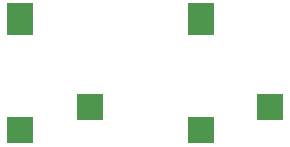
<source format=gbr>
G04 #@! TF.GenerationSoftware,KiCad,Pcbnew,(5.1.5-0-10_14)*
G04 #@! TF.CreationDate,2020-05-24T23:38:13-07:00*
G04 #@! TF.ProjectId,prost-pcb,70726f73-742d-4706-9362-2e6b69636164,0.1.0*
G04 #@! TF.SameCoordinates,Original*
G04 #@! TF.FileFunction,Paste,Bot*
G04 #@! TF.FilePolarity,Positive*
%FSLAX46Y46*%
G04 Gerber Fmt 4.6, Leading zero omitted, Abs format (unit mm)*
G04 Created by KiCad (PCBNEW (5.1.5-0-10_14)) date 2020-05-24 23:38:13*
%MOMM*%
%LPD*%
G04 APERTURE LIST*
%ADD10R,2.200000X2.200000*%
%ADD11R,2.200000X2.800000*%
G04 APERTURE END LIST*
D10*
X155000000Y-114100000D03*
D11*
X149100000Y-106700000D03*
D10*
X149100000Y-116100000D03*
X139700000Y-114100000D03*
D11*
X133800000Y-106700000D03*
D10*
X133800000Y-116100000D03*
M02*

</source>
